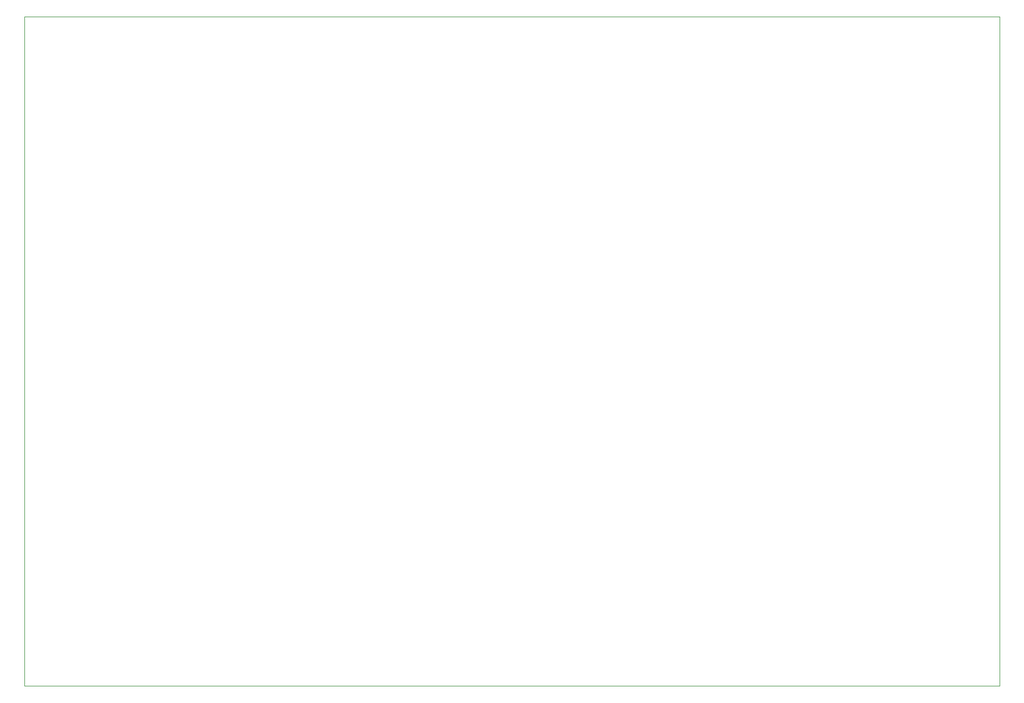
<source format=gbr>
G04 #@! TF.GenerationSoftware,KiCad,Pcbnew,(5.1.5)-3*
G04 #@! TF.CreationDate,2020-07-03T17:29:07+02:00*
G04 #@! TF.ProjectId,Bom-BOX,426f6d2d-424f-4582-9e6b-696361645f70,rev?*
G04 #@! TF.SameCoordinates,Original*
G04 #@! TF.FileFunction,Profile,NP*
%FSLAX46Y46*%
G04 Gerber Fmt 4.6, Leading zero omitted, Abs format (unit mm)*
G04 Created by KiCad (PCBNEW (5.1.5)-3) date 2020-07-03 17:29:07*
%MOMM*%
%LPD*%
G04 APERTURE LIST*
%ADD10C,0.050000*%
G04 APERTURE END LIST*
D10*
X197104000Y-135382000D02*
X197104000Y-33147000D01*
X48260000Y-135382000D02*
X197104000Y-135382000D01*
X48260000Y-33147000D02*
X48260000Y-135382000D01*
X197104000Y-33147000D02*
X48260000Y-33147000D01*
M02*

</source>
